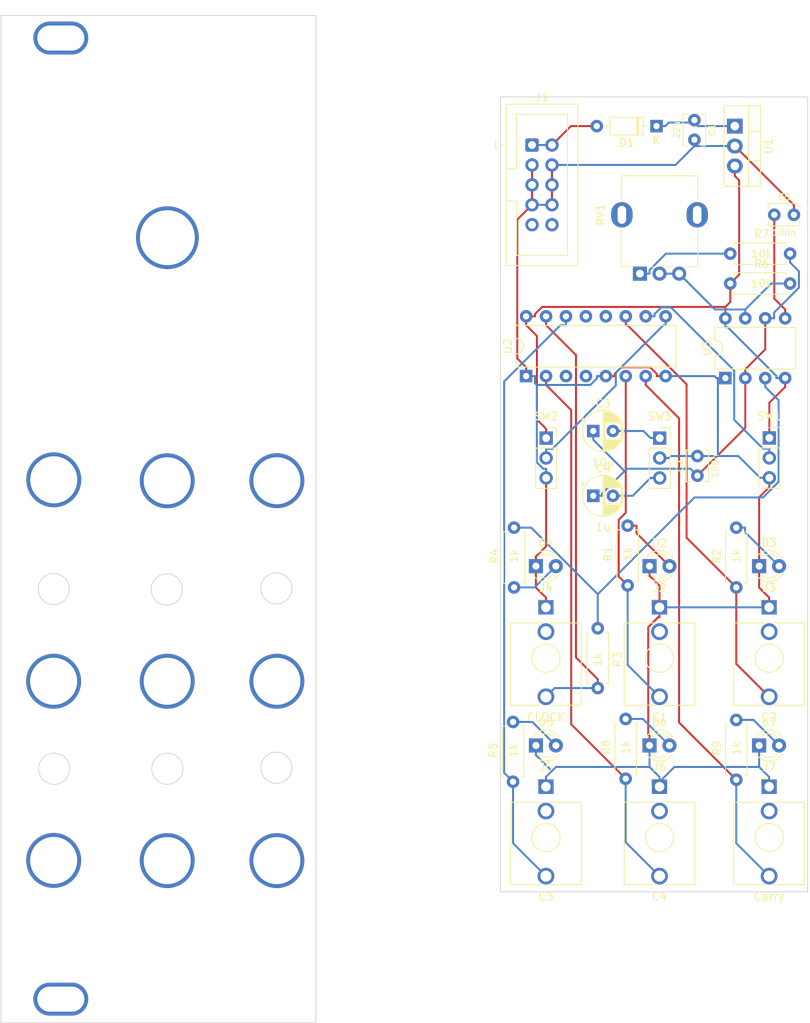
<source format=kicad_pcb>
(kicad_pcb (version 20211014) (generator pcbnew)
  (layers (0 "F.Cu" signal) (31 "B.Cu" signal) (34 "B.Paste" user) (35 "F.Paste" user) (36 "B.SilkS" user "B.Silkscreen") (37 "F.SilkS" user "F.Silkscreen") (38 "B.Mask" user) (39 "F.Mask" user) (44 "Edge.Cuts" user))
  (net 0 "")
  (net 1 "GND")
  (net 2 "Net-(C1-Pad1)")
  (net 3 "Net-(C2-Pad1)")
  (net 4 "Net-(C3-Pad2)")
  (net 5 "Net-(C4-Pad2)")
  (net 6 "Net-(C5-Pad1)")
  (net 7 "Net-(D1-Pad2)")
  (net 8 "Net-(D2-Pad2)")
  (net 9 "Net-(D3-Pad2)")
  (net 10 "Net-(D4-Pad2)")
  (net 11 "Net-(D5-Pad2)")
  (net 12 "Net-(D6-Pad2)")
  (net 13 "Net-(D7-Pad2)")
  (net 16 "Q1")
  (net 17 "Q2")
  (net 18 "CLOCK_OUT")
  (net 19 "Q3")
  (net 20 "Q4")
  (net 21 "CARRY")
  (net 22 "Net-(R3-Pad1)")
  (net 23 "Net-(R6-Pad2)")
  (net 24 "+5V")
  (net 25 "Net-(R7-Pad1)")
  (net 26 "Net-(SW1-Pad2)")
  (net 27 "Net-(SW2-Pad2)")
  (footprint "benjiaomodular:PanelHole_ToggleSwitch_MTS-101" (layer "F.Cu") (at 89.769 77.47)
    (fp_text reference "REF**")
    (fp_text value "PanelHole_ToggleSwitch_MTS-101" hide)
    (pad "" thru_hole circle locked (at 0 0 270) (size 7 7) (drill 6) (layers *.Cu *.Mask))
  )
  (footprint "benjiaomodular:Resistor_L6.3mm_D2.5mm_P7.62mm_Horizontal" (layer "F.Cu") (at 162.286 91.059 90)
    (fp_text reference "R2" (at 4 -2.5 90) (layer "F.SilkS"))
    (fp_text value "1k" (at 4 0 90) (layer "F.SilkS"))
    (pad "1" thru_hole circle locked (at 0 0 90) (size 1.6 1.6) (drill 0.8) (layers *.Cu *.Mask) (net 17 "Q2"))
    (pad "2" thru_hole oval locked (at 7.62 0 90) (size 1.6 1.6) (drill 0.8) (layers *.Cu *.Mask) (net 9 "Net-(D3-Pad2)"))
  )
  (footprint "Connector_PinSocket_2.54mm:PinSocket_1x03_P2.54mm_Vertical" (layer "F.Cu") (at 152.532 72.024)
    (fp_text reference "SW3" (at 0 -2.77) (layer "F.SilkS"))
    (fp_text value "SW_SPDT")
    (pad "1" thru_hole rect locked (at 0 0) (size 1.7 1.7) (drill 1) (layers *.Cu *.Mask) (net 4 "Net-(C3-Pad2)"))
    (pad "2" thru_hole oval locked (at 0 2.54) (size 1.7 1.7) (drill 1) (layers *.Cu *.Mask) (net 1 "GND"))
    (pad "3" thru_hole oval locked (at 0 5.08) (size 1.7 1.7) (drill 1) (layers *.Cu *.Mask) (net 5 "Net-(C4-Pad2)"))
  )
  (footprint "benjiaomodular:PanelHole_Potentiometer_RV09" (layer "F.Cu") (at 87.289 53.982 90)
    (fp_text reference "REF**" hide)
    (fp_text value "PanelHole_Potentiometer_RV09" hide)
    (pad "" thru_hole circle locked (at 7.5 2.5 180) (size 8 8) (drill 7) (layers *.Cu *.Mask))
  )
  (footprint "LED_THT:LED_D3.0mm" (layer "F.Cu") (at 136.759 111.205)
    (fp_text reference "D5" (at 1.27 -2.96) (layer "F.SilkS"))
    (fp_text value "C3_LED")
    (pad "1" thru_hole rect locked (at 0 0) (size 1.8 1.8) (drill 0.9) (layers *.Cu *.Mask) (net 1 "GND"))
    (pad "2" thru_hole circle locked (at 2.54 0) (size 1.8 1.8) (drill 0.9) (layers *.Cu *.Mask) (net 11 "Net-(D5-Pad2)"))
  )
  (footprint "benjiaomodular:Capacitor_Disc_D3.8mm_W2.6mm_P2.50mm" (layer "F.Cu") (at 157.333 76.815 90)
    (fp_text reference "C2" (at 1.25 -2.25 90) (layer "F.SilkS") (effects (font (size 0.8 0.8) (thickness 0.14))))
    (fp_text value "100n" (at 1.25 2.25 90) (layer "F.SilkS") (effects (font (size 0.8 0.8) (thickness 0.12))))
    (pad "1" thru_hole circle locked (at 0 0 90) (size 1.6 1.6) (drill 0.8) (layers *.Cu *.Mask) (net 3 "Net-(C2-Pad1)"))
    (pad "2" thru_hole circle locked (at 2.5 0 90) (size 1.6 1.6) (drill 0.8) (layers *.Cu *.Mask) (net 1 "GND"))
  )
  (footprint "LED_THT:LED_D3.0mm" (layer "F.Cu") (at 165.202 88.345)
    (fp_text reference "D3" (at 1.27 -2.96) (layer "F.SilkS"))
    (fp_text value "C2_LED")
    (pad "1" thru_hole rect locked (at 0 0) (size 1.8 1.8) (drill 0.9) (layers *.Cu *.Mask) (net 1 "GND"))
    (pad "2" thru_hole circle locked (at 2.54 0) (size 1.8 1.8) (drill 0.9) (layers *.Cu *.Mask) (net 9 "Net-(D3-Pad2)"))
  )
  (footprint "benjiaomodular:PanelHole_AudioJack_3.5mm" (layer "F.Cu") (at 75.291 96.52)
    (fp_text reference "REF**")
    (fp_text value "PanelHole_AudioJack_3.5mm" hide)
    (pad "" thru_hole circle locked (at 0 6.5 180) (size 7 7) (drill 6) (layers *.Cu *.Mask))
  )
  (footprint "benjiaomodular:Resistor_L6.3mm_D2.5mm_P7.62mm_Horizontal" (layer "F.Cu") (at 162.286 115.57 90)
    (fp_text reference "R9" (at 4 -2.5 90) (layer "F.SilkS"))
    (fp_text value "1k" (at 4 0 90) (layer "F.SilkS"))
    (pad "1" thru_hole circle locked (at 0 0 90) (size 1.6 1.6) (drill 0.8) (layers *.Cu *.Mask) (net 21 "CARRY"))
    (pad "2" thru_hole oval locked (at 7.62 0 90) (size 1.6 1.6) (drill 0.8) (layers *.Cu *.Mask) (net 13 "Net-(D7-Pad2)"))
  )
  (footprint "benjiaomodular:Capacitor_Disc_D3.8mm_W2.6mm_P2.50mm" (layer "F.Cu") (at 156.952 31.496 -90)
    (fp_text reference "C1" (at 1.25 -2.25 90) (layer "F.SilkS") (effects (font (size 0.8 0.8) (thickness 0.14))))
    (fp_text value "22u" (at 1.25 2.25 90) (layer "F.SilkS") (effects (font (size 0.8 0.8) (thickness 0.12))))
    (pad "1" thru_hole circle locked (at 0 0 270) (size 1.6 1.6) (drill 0.8) (layers *.Cu *.Mask) (net 2 "Net-(C1-Pad1)"))
    (pad "2" thru_hole circle locked (at 2.5 0 270) (size 1.6 1.6) (drill 0.8) (layers *.Cu *.Mask) (net 1 "GND"))
  )
  (footprint "benjiaomodular:AudioJack_3.5mm" (layer "F.Cu") (at 166.477 93.599)
    (fp_text reference "J3" (at 0 -2.5) (layer "F.SilkS"))
    (fp_text value "C2" (at 0 14) (layer "F.SilkS"))
    (pad "S" thru_hole rect locked (at 0 0 180) (size 1.93 1.83) (drill 1.22) (layers *.Cu *.Mask) (net 1 "GND"))
    (pad "T" thru_hole circle locked (at 0 11.4 180) (size 2.13 2.13) (drill 1.43) (layers *.Cu *.Mask) (net 17 "Q2"))
    (pad "TN" thru_hole circle locked (at 0 3.1 180) (size 2.13 2.13) (drill 1.42) (layers *.Cu *.Mask))
  )
  (footprint "Connector_PinSocket_2.54mm:PinSocket_1x03_P2.54mm_Vertical" (layer "F.Cu") (at 138.054 72.024)
    (fp_text reference "SW2" (at 0 -2.77) (layer "F.SilkS"))
    (fp_text value "SW_SPDT")
    (pad "1" thru_hole rect locked (at 0 0) (size 1.7 1.7) (drill 1) (layers *.Cu *.Mask) (net 24 "+5V"))
    (pad "2" thru_hole oval locked (at 0 2.54) (size 1.7 1.7) (drill 1) (layers *.Cu *.Mask) (net 27 "Net-(SW2-Pad2)"))
    (pad "3" thru_hole oval locked (at 0 5.08) (size 1.7 1.7) (drill 1) (layers *.Cu *.Mask) (net 1 "GND"))
  )
  (footprint "benjiaomodular:Potentiometer_RV09" (layer "F.Cu") (at 150.007 51.064 90)
    (fp_text reference "RV1" (at 7.5 -5 90) (layer "F.SilkS"))
    (fp_text value "250k")
    (pad "" thru_hole oval locked (at 7.5 7.3 180) (size 2.72 3.24) (drill oval 1.1 2.3) (layers *.Cu *.Mask))
    (pad "" thru_hole oval locked (at 7.5 -2.3 180) (size 2.72 3.24) (drill oval 1.1 2.3) (layers *.Cu *.Mask))
    (pad "1" thru_hole rect locked (at 0 0 180) (size 1.8 1.8) (drill 1) (layers *.Cu *.Mask) (net 25 "Net-(R7-Pad1)"))
    (pad "2" thru_hole circle locked (at 0 2.5 180) (size 1.8 1.8) (drill 1) (layers *.Cu *.Mask) (net 23 "Net-(R6-Pad2)"))
    (pad "3" thru_hole circle locked (at 0 5 180) (size 1.8 1.8) (drill 1) (layers *.Cu *.Mask) (net 23 "Net-(R6-Pad2)"))
  )
  (footprint "benjiaomodular:Resistor_L6.3mm_D2.5mm_P7.62mm_Horizontal" (layer "F.Cu") (at 161.524 48.514)
    (fp_text reference "R7" (at 4 -2.5) (layer "F.SilkS"))
    (fp_text value "10k" (at 4 0) (layer "F.SilkS"))
    (pad "1" thru_hole circle locked (at 0 0) (size 1.6 1.6) (drill 0.8) (layers *.Cu *.Mask) (net 25 "Net-(R7-Pad1)"))
    (pad "2" thru_hole oval locked (at 7.62 0) (size 1.6 1.6) (drill 0.8) (layers *.Cu *.Mask) (net 3 "Net-(C2-Pad1)"))
  )
  (footprint "benjiaomodular:Resistor_L6.3mm_D2.5mm_P7.62mm_Horizontal" (layer "F.Cu") (at 133.838 115.824 90)
    (fp_text reference "R5" (at 4 -2.5 90) (layer "F.SilkS"))
    (fp_text value "1k" (at 4 0 90) (layer "F.SilkS"))
    (pad "1" thru_hole circle locked (at 0 0 90) (size 1.6 1.6) (drill 0.8) (layers *.Cu *.Mask) (net 19 "Q3"))
    (pad "2" thru_hole oval locked (at 7.62 0 90) (size 1.6 1.6) (drill 0.8) (layers *.Cu *.Mask) (net 11 "Net-(D5-Pad2)"))
  )
  (footprint "benjiaomodular:Resistor_L6.3mm_D2.5mm_P7.62mm_Horizontal" (layer "F.Cu") (at 161.524 52.324)
    (fp_text reference "R6" (at 4 -2.5) (layer "F.SilkS"))
    (fp_text value "10k" (at 4 0) (layer "F.SilkS"))
    (pad "1" thru_hole circle locked (at 0 0) (size 1.6 1.6) (drill 0.8) (layers *.Cu *.Mask) (net 24 "+5V"))
    (pad "2" thru_hole oval locked (at 7.62 0) (size 1.6 1.6) (drill 0.8) (layers *.Cu *.Mask) (net 23 "Net-(R6-Pad2)"))
  )
  (footprint "LED_THT:LED_D3.0mm" (layer "F.Cu") (at 151.232 88.345)
    (fp_text reference "D2" (at 1.27 -2.96) (layer "F.SilkS"))
    (fp_text value "C1_LED")
    (pad "1" thru_hole rect locked (at 0 0) (size 1.8 1.8) (drill 0.9) (layers *.Cu *.Mask) (net 1 "GND"))
    (pad "2" thru_hole circle locked (at 2.54 0) (size 1.8 1.8) (drill 0.9) (layers *.Cu *.Mask) (net 8 "Net-(D2-Pad2)"))
  )
  (footprint "benjiaomodular:AudioJack_3.5mm" (layer "F.Cu") (at 138.029 93.599)
    (fp_text reference "J4" (at 0 -2.5) (layer "F.SilkS"))
    (fp_text value "CLOCK" (at 0 14) (layer "F.SilkS"))
    (pad "S" thru_hole rect locked (at 0 0 180) (size 1.93 1.83) (drill 1.22) (layers *.Cu *.Mask) (net 1 "GND"))
    (pad "T" thru_hole circle locked (at 0 11.4 180) (size 2.13 2.13) (drill 1.43) (layers *.Cu *.Mask) (net 18 "CLOCK_OUT"))
    (pad "TN" thru_hole circle locked (at 0 3.1 180) (size 2.13 2.13) (drill 1.42) (layers *.Cu *.Mask))
  )
  (footprint "benjiaomodular:AudioJack_3.5mm" (layer "F.Cu") (at 166.477 116.459)
    (fp_text reference "J7" (at 0 -2.5) (layer "F.SilkS"))
    (fp_text value "Carry" (at 0 14) (layer "F.SilkS"))
    (pad "S" thru_hole rect locked (at 0 0 180) (size 1.93 1.83) (drill 1.22) (layers *.Cu *.Mask) (net 1 "GND"))
    (pad "T" thru_hole circle locked (at 0 11.4 180) (size 2.13 2.13) (drill 1.43) (layers *.Cu *.Mask) (net 21 "CARRY"))
    (pad "TN" thru_hole circle locked (at 0 3.1 180) (size 2.13 2.13) (drill 1.42) (layers *.Cu *.Mask))
  )
  (footprint "benjiaomodular:PanelHole_ToggleSwitch_MTS-101" (layer "F.Cu") (at 103.739 77.455)
    (fp_text reference "REF**")
    (fp_text value "PanelHole_ToggleSwitch_MTS-101" hide)
    (pad "" thru_hole circle locked (at 0 0 270) (size 7 7) (drill 6) (layers *.Cu *.Mask))
  )
  (footprint "Package_DIP:DIP-16_W7.62mm" (layer "F.Cu") (at 135.504 64.125 90)
    (fp_text reference "U2" (at 3.81 -2.33 90) (layer "F.SilkS"))
    (fp_text value "4029")
    (pad "1" thru_hole rect locked (at 0 0 90) (size 1.6 1.6) (drill 0.8) (layers *.Cu *.Mask) (net 1 "GND"))
    (pad "2" thru_hole oval locked (at 0 2.54 90) (size 1.6 1.6) (drill 0.8) (layers *.Cu *.Mask) (net 20 "Q4"))
    (pad "3" thru_hole oval locked (at 0 5.08 90) (size 1.6 1.6) (drill 0.8) (layers *.Cu *.Mask))
    (pad "4" thru_hole oval locked (at 0 7.62 90) (size 1.6 1.6) (drill 0.8) (layers *.Cu *.Mask))
    (pad "5" thru_hole oval locked (at 0 10.16 90) (size 1.6 1.6) (drill 0.8) (layers *.Cu *.Mask) (net 1 "GND"))
    (pad "6" thru_hole oval locked (at 0 12.7 90) (size 1.6 1.6) (drill 0.8) (layers *.Cu *.Mask) (net 16 "Q1"))
    (pad "7" thru_hole oval locked (at 0 15.24 90) (size 1.6 1.6) (drill 0.8) (layers *.Cu *.Mask) (net 21 "CARRY"))
    (pad "8" thru_hole oval locked (at 0 17.78 90) (size 1.6 1.6) (drill 0.8) (layers *.Cu *.Mask) (net 1 "GND"))
    (pad "9" thru_hole oval locked (at 7.62 17.78 90) (size 1.6 1.6) (drill 0.8) (layers *.Cu *.Mask) (net 27 "Net-(SW2-Pad2)"))
    (pad "10" thru_hole oval locked (at 7.62 15.24 90) (size 1.6 1.6) (drill 0.8) (layers *.Cu *.Mask) (net 26 "Net-(SW1-Pad2)"))
    (pad "11" thru_hole oval locked (at 7.62 12.7 90) (size 1.6 1.6) (drill 0.8) (layers *.Cu *.Mask) (net 17 "Q2"))
    (pad "12" thru_hole oval locked (at 7.62 10.16 90) (size 1.6 1.6) (drill 0.8) (layers *.Cu *.Mask))
    (pad "13" thru_hole oval locked (at 7.62 7.62 90) (size 1.6 1.6) (drill 0.8) (layers *.Cu *.Mask))
    (pad "14" thru_hole oval locked (at 7.62 5.08 90) (size 1.6 1.6) (drill 0.8) (layers *.Cu *.Mask) (net 19 "Q3"))
    (pad "15" thru_hole oval locked (at 7.62 2.54 90) (size 1.6 1.6) (drill 0.8) (layers *.Cu *.Mask) (net 18 "CLOCK_OUT"))
    (pad "16" thru_hole oval locked (at 7.62 0 90) (size 1.6 1.6) (drill 0.8) (layers *.Cu *.Mask) (net 24 "+5V"))
  )
  (footprint "Package_DIP:DIP-8_W7.62mm" (layer "F.Cu") (at 160.899 64.379 90)
    (fp_text reference "U3" (at 3.81 -2.33 90) (layer "F.SilkS"))
    (fp_text value "ICM7555")
    (pad "1" thru_hole rect locked (at 0 0 90) (size 1.6 1.6) (drill 0.8) (layers *.Cu *.Mask) (net 1 "GND"))
    (pad "2" thru_hole oval locked (at 0 2.54 90) (size 1.6 1.6) (drill 0.8) (layers *.Cu *.Mask) (net 3 "Net-(C2-Pad1)"))
    (pad "3" thru_hole oval locked (at 0 5.08 90) (size 1.6 1.6) (drill 0.8) (layers *.Cu *.Mask) (net 22 "Net-(R3-Pad1)"))
    (pad "4" thru_hole oval locked (at 0 7.62 90) (size 1.6 1.6) (drill 0.8) (layers *.Cu *.Mask) (net 24 "+5V"))
    (pad "5" thru_hole oval locked (at 7.62 7.62 90) (size 1.6 1.6) (drill 0.8) (layers *.Cu *.Mask) (net 6 "Net-(C5-Pad1)"))
    (pad "6" thru_hole oval locked (at 7.62 5.08 90) (size 1.6 1.6) (drill 0.8) (layers *.Cu *.Mask) (net 3 "Net-(C2-Pad1)"))
    (pad "7" thru_hole oval locked (at 7.62 2.54 90) (size 1.6 1.6) (drill 0.8) (layers *.Cu *.Mask) (net 23 "Net-(R6-Pad2)"))
    (pad "8" thru_hole oval locked (at 7.62 0 90) (size 1.6 1.6) (drill 0.8) (layers *.Cu *.Mask) (net 24 "+5V"))
  )
  (footprint "Diode_THT:D_DO-35_SOD27_P7.62mm_Horizontal" (layer "F.Cu") (at 152.126 32.258 180)
    (fp_text reference "D1" (at 3.81 -2.12) (layer "F.SilkS"))
    (fp_text value "BAT85")
    (fp_text user "K" (at 0 -1.8) (layer "F.SilkS"))
    (pad "1" thru_hole rect locked (at 0 0 180) (size 1.6 1.6) (drill 0.8) (layers *.Cu *.Mask) (net 2 "Net-(C1-Pad1)"))
    (pad "2" thru_hole oval locked (at 7.62 0 180) (size 1.6 1.6) (drill 0.8) (layers *.Cu *.Mask) (net 7 "Net-(D1-Pad2)"))
  )
  (footprint "benjiaomodular:PanelHole_ToggleSwitch_MTS-101" (layer "F.Cu") (at 75.311 77.343)
    (fp_text reference "REF**")
    (fp_text value "PanelHole_ToggleSwitch_MTS-101" hide)
    (pad "" thru_hole circle locked (at 0 0 270) (size 7 7) (drill 6) (layers *.Cu *.Mask))
  )
  (footprint "benjiaomodular:PanelHole_AudioJack_3.5mm" (layer "F.Cu") (at 103.739 119.38)
    (fp_text reference "REF**")
    (fp_text value "PanelHole_AudioJack_3.5mm" hide)
    (pad "" thru_hole circle locked (at 0 6.5 180) (size 7 7) (drill 6) (layers *.Cu *.Mask))
  )
  (footprint "benjiaomodular:Resistor_L6.3mm_D2.5mm_P7.62mm_Horizontal" (layer "F.Cu") (at 148.189 115.443 90)
    (fp_text reference "R8" (at 4 -2.5 90) (layer "F.SilkS"))
    (fp_text value "1k" (at 4 0 90) (layer "F.SilkS"))
    (pad "1" thru_hole circle locked (at 0 0 90) (size 1.6 1.6) (drill 0.8) (layers *.Cu *.Mask) (net 20 "Q4"))
    (pad "2" thru_hole oval locked (at 7.62 0 90) (size 1.6 1.6) (drill 0.8) (layers *.Cu *.Mask) (net 12 "Net-(D6-Pad2)"))
  )
  (footprint "benjiaomodular:PanelHole_AudioJack_3.5mm" (layer "F.Cu") (at 89.769 96.52)
    (fp_text reference "REF**")
    (fp_text value "PanelHole_AudioJack_3.5mm" hide)
    (pad "" thru_hole circle locked (at 0 6.5 180) (size 7 7) (drill 6) (layers *.Cu *.Mask))
  )
  (footprint "benjiaomodular:AudioJack_3.5mm" (layer "F.Cu") (at 152.507 116.459)
    (fp_text reference "J6" (at 0 -2.5) (layer "F.SilkS"))
    (fp_text value "C4" (at 0 14) (layer "F.SilkS"))
    (pad "S" thru_hole rect locked (at 0 0 180) (size 1.93 1.83) (drill 1.22) (layers *.Cu *.Mask) (net 1 "GND"))
    (pad "T" thru_hole circle locked (at 0 11.4 180) (size 2.13 2.13) (drill 1.43) (layers *.Cu *.Mask) (net 20 "Q4"))
    (pad "TN" thru_hole circle locked (at 0 3.1 180) (size 2.13 2.13) (drill 1.42) (layers *.Cu *.Mask))
  )
  (footprint "benjiaomodular:Resistor_L6.3mm_D2.5mm_P7.62mm_Horizontal" (layer "F.Cu") (at 144.633 96.266 -90)
    (fp_text reference "R3" (at 4 -2.5 90) (layer "F.SilkS"))
    (fp_text value "1k" (at 4 0 90) (layer "F.SilkS"))
    (pad "1" thru_hole circle locked (at 0 0 270) (size 1.6 1.6) (drill 0.8) (layers *.Cu *.Mask) (net 22 "Net-(R3-Pad1)"))
    (pad "2" thru_hole oval locked (at 7.62 0 270) (size 1.6 1.6) (drill 0.8) (layers *.Cu *.Mask) (net 18 "CLOCK_OUT"))
  )
  (footprint "benjiaomodular:PanelHole_AudioJack_3.5mm" (layer "F.Cu") (at 75.296 119.357)
    (fp_text reference "REF**")
    (fp_text value "e" hide)
    (pad "" thru_hole circle locked (at 0 6.5 180) (size 7 7) (drill 6) (layers *.Cu *.Mask))
  )
  (footprint "Package_TO_SOT_THT:TO-220-3_Vertical" (layer "F.Cu") (at 162.103 32.258 -90)
    (fp_text reference "U1" (at 2.54 -4.27 90) (layer "F.SilkS"))
    (fp_text value "L7805")
    (pad "1" thru_hole rect locked (at 0 0 270) (size 1.905 2) (drill 1.1) (layers *.Cu *.Mask) (net 2 "Net-(C1-Pad1)"))
    (pad "2" thru_hole oval locked (at 2.54 0 270) (size 1.905 2) (drill 1.1) (layers *.Cu *.Mask) (net 1 "GND"))
    (pad "3" thru_hole oval locked (at 5.08 0 270) (size 1.905 2) (drill 1.1) (layers *.Cu *.Mask) (net 24 "+5V"))
  )
  (footprint "benjiaomodular:Panel_8HP" (layer "F.Cu") (at 68.707 18.034)
    (fp_text reference "REF**")
    (fp_text value "Panel_8HP")
    (pad "" thru_hole oval locked (at 7.5 125.5) (size 7 4.2) (drill oval 6 3.2) (layers *.Cu *.Mask))
    (pad "" thru_hole oval locked (at 7.5 3) (size 7 4.2) (drill oval 6 3.2) (layers *.Cu *.Mask))
  )
  (footprint "benjiaomodular:Capacitor_Radial_D5.0mm_P2.5mm" (layer "F.Cu") (at 144.0629 71.12)
    (fp_text reference "C3" (at 1.25 -3.5) (layer "F.SilkS"))
    (fp_text value "10u" (at 1.25 4) (layer "F.SilkS"))
    (pad "1" thru_hole rect locked (at 0 0) (size 1.6 1.6) (drill 0.8) (layers *.Cu *.Mask) (net 3 "Net-(C2-Pad1)"))
    (pad "2" thru_hole circle locked (at 2.5 0) (size 1.6 1.6) (drill 0.8) (layers *.Cu *.Mask) (net 4 "Net-(C3-Pad2)"))
  )
  (footprint "LED_THT:LED_D3.0mm" (layer "F.Cu") (at 136.754 88.345)
    (fp_text reference "D4" (at 1.27 -2.96) (layer "F.SilkS"))
    (fp_text value "CL_LED")
    (pad "1" thru_hole rect locked (at 0 0) (size 1.8 1.8) (drill 0.9) (layers *.Cu *.Mask) (net 1 "GND"))
    (pad "2" thru_hole circle locked (at 2.54 0) (size 1.8 1.8) (drill 0.9) (layers *.Cu *.Mask) (net 10 "Net-(D4-Pad2)"))
  )
  (footprint "benjiaomodular:PanelHole_AudioJack_3.5mm" (layer "F.Cu") (at 89.769 119.38)
    (fp_text reference "REF**")
    (fp_text value "PanelHole_AudioJack_3.5mm" hide)
    (pad "" thru_hole circle locked (at 0 6.5 180) (size 7 7) (drill 6) (layers *.Cu *.Mask))
  )
  (footprint "benjiaomodular:AudioJack_3.5mm" (layer "F.Cu") (at 138.034 116.459)
    (fp_text reference "J5" (at 0 -2.5) (layer "F.SilkS"))
    (fp_text value "C3" (at 0 14) (layer "F.SilkS"))
    (pad "S" thru_hole rect locked (at 0 0 180) (size 1.93 1.83) (drill 1.22) (layers *.Cu *.Mask) (net 1 "GND"))
    (pad "T" thru_hole circle locked (at 0 11.4 180) (size 2.13 2.13) (drill 1.43) (layers *.Cu *.Mask) (net 19 "Q3"))
    (pad "TN" thru_hole circle locked (at 0 3.1 180) (size 2.13 2.13) (drill 1.42) (layers *.Cu *.Mask))
  )
  (footprint "benjiaomodular:Resistor_L6.3mm_D2.5mm_P7.62mm_Horizontal" (layer "F.Cu") (at 133.965 91.059 90)
    (fp_text reference "R4" (at 4 -2.5 90) (layer "F.SilkS"))
    (fp_text value "1k" (at 4 0 90) (layer "F.SilkS"))
    (pad "1" thru_hole circle locked (at 0 0 90) (size 1.6 1.6) (drill 0.8) (layers *.Cu *.Mask) (net 10 "Net-(D4-Pad2)"))
    (pad "2" thru_hole oval locked (at 7.62 0 90) (size 1.6 1.6) (drill 0.8) (layers *.Cu *.Mask) (net 22 "Net-(R3-Pad1)"))
  )
  (footprint "Connector_PinSocket_2.54mm:PinSocket_1x03_P2.54mm_Vertical" (layer "F.Cu") (at 166.502 72.009)
    (fp_text reference "SW1" (at 0 -2.77) (layer "F.SilkS"))
    (fp_text value "SW_SPDT")
    (pad "1" thru_hole rect locked (at 0 0) (size 1.7 1.7) (drill 1) (layers *.Cu *.Mask) (net 24 "+5V"))
    (pad "2" thru_hole oval locked (at 0 2.54) (size 1.7 1.7) (drill 1) (layers *.Cu *.Mask) (net 26 "Net-(SW1-Pad2)"))
    (pad "3" thru_hole oval locked (at 0 5.08) (size 1.7 1.7) (drill 1) (layers *.Cu *.Mask) (net 1 "GND"))
  )
  (footprint "benjiaomodular:PanelHole_AudioJack_3.5mm" (layer "F.Cu") (at 103.739 96.52)
    (fp_text reference "REF**")
    (fp_text value "PanelHole_AudioJack_3.5mm" hide)
    (pad "" thru_hole circle locked (at 0 6.5 180) (size 7 7) (drill 6) (layers *.Cu *.Mask))
  )
  (footprint "LED_THT:LED_D3.0mm" (layer "F.Cu") (at 151.232 111.205)
    (fp_text reference "D6" (at 1.27 -2.96) (layer "F.SilkS"))
    (fp_text value "C4_LED")
    (pad "1" thru_hole rect locked (at 0 0) (size 1.8 1.8) (drill 0.9) (layers *.Cu *.Mask) (net 1 "GND"))
    (pad "2" thru_hole circle locked (at 2.54 0) (size 1.8 1.8) (drill 0.9) (layers *.Cu *.Mask) (net 12 "Net-(D6-Pad2)"))
  )
  (footprint "benjiaomodular:AudioJack_3.5mm" (layer "F.Cu") (at 152.507 93.599)
    (fp_text reference "J2" (at 0 -2.5) (layer "F.SilkS"))
    (fp_text value "C1" (at 0 14) (layer "F.SilkS"))
    (pad "S" thru_hole rect locked (at 0 0 180) (size 1.93 1.83) (drill 1.22) (layers *.Cu *.Mask) (net 1 "GND"))
    (pad "T" thru_hole circle locked (at 0 11.4 180) (size 2.13 2.13) (drill 1.43) (layers *.Cu *.Mask) (net 16 "Q1"))
    (pad "TN" thru_hole circle locked (at 0 3.1 180) (size 2.13 2.13) (drill 1.42) (layers *.Cu *.Mask))
  )
  (footprint "benjiaomodular:Capacitor_Disc_D3.8mm_W2.6mm_P2.50mm" (layer "F.Cu") (at 167.132 43.561)
    (fp_text reference "C5" (at 1.25 -2.25) (layer "F.SilkS") (effects (font (size 0.8 0.8) (thickness 0.14))))
    (fp_text value "100n" (at 1.25 2.25) (layer "F.SilkS") (effects (font (size 0.8 0.8) (thickness 0.12))))
    (pad "1" thru_hole circle locked (at 0 0) (size 1.6 1.6) (drill 0.8) (layers *.Cu *.Mask) (net 6 "Net-(C5-Pad1)"))
    (pad "2" thru_hole circle locked (at 2.5 0) (size 1.6 1.6) (drill 0.8) (layers *.Cu *.Mask) (net 1 "GND"))
  )
  (footprint "benjiaomodular:Capacitor_Radial_D5.0mm_P2.5mm" (layer "F.Cu") (at 144.0629 79.375)
    (fp_text reference "C4" (at 1.25 -3.5) (layer "F.SilkS"))
    (fp_text value "1u" (at 1.25 4) (layer "F.SilkS"))
    (pad "1" thru_hole rect locked (at 0 0) (size 1.6 1.6) (drill 0.8) (layers *.Cu *.Mask) (net 3 "Net-(C2-Pad1)"))
    (pad "2" thru_hole circle locked (at 2.5 0) (size 1.6 1.6) (drill 0.8) (layers *.Cu *.Mask) (net 5 "Net-(C4-Pad2)"))
  )
  (footprint "LED_THT:LED_D3.0mm" (layer "F.Cu") (at 165.202 111.205)
    (fp_text reference "D7" (at 1.27 -2.96) (layer "F.SilkS"))
    (fp_text value "CARRY_LED")
    (pad "1" thru_hole rect locked (at 0 0) (size 1.8 1.8) (drill 0.9) (layers *.Cu *.Mask) (net 1 "GND"))
    (pad "2" thru_hole circle locked (at 2.54 0) (size 1.8 1.8) (drill 0.9) (layers *.Cu *.Mask) (net 13 "Net-(D7-Pad2)"))
  )
  (footprint "benjiaomodular:Resistor_L6.3mm_D2.5mm_P7.62mm_Horizontal" (layer "F.Cu") (at 148.443 90.805 90)
    (fp_text reference "R1" (at 4 -2.5 90) (layer "F.SilkS"))
    (fp_text value "1k" (at 4 0 90) (layer "F.SilkS"))
    (pad "1" thru_hole circle locked (at 0 0 90) (size 1.6 1.6) (drill 0.8) (layers *.Cu *.Mask) (net 16 "Q1"))
    (pad "2" thru_hole oval locked (at 7.62 0 90) (size 1.6 1.6) (drill 0.8) (layers *.Cu *.Mask) (net 8 "Net-(D2-Pad2)"))
  )
  (footprint "Connector_IDC:IDC-Header_2x05_P2.54mm_Vertical" (layer "F.Cu") (at 136.2605 34.671)
    (fp_text reference "J1" (at 1.27 -6.1) (layer "F.SilkS"))
    (fp_text value "Conn_02x05_Top_Bottom")
    (pad "1" thru_hole roundrect locked (at 0 0) (size 1.7 1.7) (drill 1) (layers *.Cu *.Mask) (roundrect_rratio 0.147059) (net 7 "Net-(D1-Pad2)"))
    (pad "2" thru_hole circle locked (at 2.54 0) (size 1.7 1.7) (drill 1) (layers *.Cu *.Mask) (net 7 "Net-(D1-Pad2)"))
    (pad "3" thru_hole circle locked (at 0 2.54) (size 1.7 1.7) (drill 1) (layers *.Cu *.Mask) (net 1 "GND"))
    (pad "4" thru_hole circle locked (at 2.54 2.54) (size 1.7 1.7) (drill 1) (layers *.Cu *.Mask) (net 1 "GND"))
    (pad "5" thru_hole circle locked (at 0 5.08) (size 1.7 1.7) (drill 1) (layers *.Cu *.Mask) (net 1 "GND"))
    (pad "6" thru_hole circle locked (at 2.54 5.08) (size 1.7 1.7) (drill 1) (layers *.Cu *.Mask) (net 1 "GND"))
    (pad "7" thru_hole circle locked (at 0 7.62) (size 1.7 1.7) (drill 1) (layers *.Cu *.Mask) (net 1 "GND"))
    (pad "8" thru_hole circle locked (at 2.54 7.62) (size 1.7 1.7) (drill 1) (layers *.Cu *.Mask) (net 1 "GND"))
    (pad "9" thru_hole circle locked (at 0 10.16) (size 1.7 1.7) (drill 1) (layers *.Cu *.Mask))
    (pad "10" thru_hole circle locked (at 2.54 10.16) (size 1.7 1.7) (drill 1) (layers *.Cu *.Mask))
  )
  (gr_rect locked (start 132.23 28.537) (end 171.387 129.859) (layer "Edge.Cuts") (width 0.1) (fill none))
  (gr_circle (center 89.789 114.173) (end 90.678 115.951) (layer "Edge.Cuts") (width 0.1) (fill none))
  (gr_circle (center 103.676136 91.186) (end 104.565136 92.964) (layer "Edge.Cuts") (width 0.1) (fill none))
  (gr_rect (start 68.58 18.161) (end 108.712 146.558) (layer "Edge.Cuts") (width 0.1) (fill none))
  (gr_circle (center 75.311 91.268864) (end 76.2 93.046864) (layer "Edge.Cuts") (width 0.1) (fill none))
  (gr_circle (center 89.706136 91.313) (end 90.595136 93.091) (layer "Edge.Cuts") (width 0.1) (fill none))
  (gr_circle (center 103.676136 114.046) (end 104.565136 115.824) (layer "Edge.Cuts") (width 0.1) (fill none))
  (gr_circle (center 75.355136 114.173) (end 76.244136 115.951) (layer "Edge.Cuts") (width 0.1) (fill none))
  (segment locked (start 151.232 88.345) (end 151.232 89.5703) (width 0.25) (layer "F.Cu") (net 1))
  (segment locked (start 136.754 91.0837) (end 138.029 92.3587) (width 0.25) (layer "F.Cu") (net 1))
  (segment locked (start 134.3787 44.1728) (end 134.3787 61.8744) (width 0.25) (layer "F.Cu") (net 1))
  (segment locked (start 162.103 34.798) (end 169.632 42.327) (width 0.25) (layer "F.Cu") (net 1))
  (segment locked (start 165.202 88.345) (end 165.202 79.5643) (width 0.25) (layer "F.Cu") (net 1))
  (segment locked (start 166.502 77.089) (end 166.502 78.2643) (width 0.25) (layer "F.Cu") (net 1))
  (segment locked (start 151.3147 62.9997) (end 147.6332 62.9997) (width 0.25) (layer "F.Cu") (net 1))
  (segment locked (start 136.2605 42.291) (end 136.2605 39.751) (width 0.25) (layer "F.Cu") (net 1))
  (segment locked (start 169.632 42.327) (end 169.632 43.561) (width 0.25) (layer "F.Cu") (net 1))
  (segment locked (start 135.504 64.125) (end 135.504 62.9997) (width 0.25) (layer "F.Cu") (net 1))
  (segment locked (start 151.232 111.205) (end 151.232 109.9797) (width 0.25) (layer "F.Cu") (net 1))
  (segment locked (start 136.2605 39.751) (end 136.2605 37.211) (width 0.25) (layer "F.Cu") (net 1))
  (segment locked (start 152.507 90.8453) (end 151.232 89.5703) (width 0.25) (layer "F.Cu") (net 1))
  (segment locked (start 134.3787 61.8744) (end 135.504 62.9997) (width 0.25) (layer "F.Cu") (net 1))
  (segment locked (start 165.202 79.5643) (end 166.502 78.2643) (width 0.25) (layer "F.Cu") (net 1))
  (segment locked (start 152.1587 64.125) (end 152.1587 63.8437) (width 0.25) (layer "F.Cu") (net 1))
  (segment locked (start 152.352 94.8393) (end 152.507 94.8393) (width 0.25) (layer "F.Cu") (net 1))
  (segment locked (start 166.477 93.599) (end 166.477 92.3587) (width 0.25) (layer "F.Cu") (net 1))
  (segment locked (start 151.069 109.8167) (end 151.069 96.1223) (width 0.25) (layer "F.Cu") (net 1))
  (segment locked (start 136.754 88.345) (end 136.754 87.1197) (width 0.25) (layer "F.Cu") (net 1))
  (segment locked (start 147.6332 62.9997) (end 146.7893 63.8436) (width 0.25) (layer "F.Cu") (net 1))
  (segment locked (start 166.477 92.3587) (end 165.202 91.0837) (width 0.25) (layer "F.Cu") (net 1))
  (segment locked (start 151.232 109.9797) (end 151.069 109.8167) (width 0.25) (layer "F.Cu") (net 1))
  (segment locked (start 152.507 93.599) (end 152.507 94.8393) (width 0.25) (layer "F.Cu") (net 1))
  (segment locked (start 138.054 85.8197) (end 136.754 87.1197) (width 0.25) (layer "F.Cu") (net 1))
  (segment locked (start 145.664 64.125) (end 146.7893 64.125) (width 0.25) (layer "F.Cu") (net 1))
  (segment locked (start 138.029 93.599) (end 138.029 92.3587) (width 0.25) (layer "F.Cu") (net 1))
  (segment locked (start 152.1587 63.8437) (end 151.3147 62.9997) (width 0.25) (layer "F.Cu") (net 1))
  (segment locked (start 152.507 93.599) (end 152.507 90.8453) (width 0.25) (layer "F.Cu") (net 1))
  (segment locked (start 136.754 88.345) (end 136.754 91.0837) (width 0.25) (layer "F.Cu") (net 1))
  (segment locked (start 138.054 77.104) (end 138.054 85.8197) (width 0.25) (layer "F.Cu") (net 1))
  (segment locked (start 153.284 64.125) (end 152.1587 64.125) (width 0.25) (layer "F.Cu") (net 1))
  (segment locked (start 136.2605 42.291) (end 134.3787 44.1728) (width 0.25) (layer "F.Cu") (net 1))
  (segment locked (start 138.8005 42.291) (end 138.8005 39.751) (width 0.25) (layer "F.Cu") (net 1))
  (segment locked (start 138.8005 39.751) (end 138.8005 37.211) (width 0.25) (layer "F.Cu") (net 1))
  (segment locked (start 146.7893 63.8436) (end 146.7893 64.125) (width 0.25) (layer "F.Cu") (net 1))
  (segment locked (start 165.202 91.0837) (end 165.202 88.345) (width 0.25) (layer "F.Cu") (net 1))
  (segment locked (start 151.069 96.1223) (end 152.352 94.8393) (width 0.25) (layer "F.Cu") (net 1))
  (segment locked (start 152.532 74.564) (end 153.7073 74.564) (width 0.25) (layer "B.Cu") (net 1))
  (segment locked (start 157.333 74.315) (end 153.9563 74.315) (width 0.25) (layer "B.Cu") (net 1))
  (segment locked (start 165.202 111.205) (end 165.202 113.9437) (width 0.25) (layer "B.Cu") (net 1))
  (segment locked (start 138.034 116.459) (end 138.034 115.2187) (width 0.25) (layer "B.Cu") (net 1))
  (segment locked (start 138.7907 114.462) (end 138.034 115.2187) (width 0.25) (layer "B.Cu") (net 1))
  (segment locked (start 152.507 93.599) (end 166.477 93.599) (width 0.25) (layer "B.Cu") (net 1))
  (segment locked (start 166.502 77.089) (end 165.3267 77.089) (width 0.25) (layer "B.Cu") (net 1))
  (segment locked (start 162.103 34.798) (end 160.7777 34.798) (width 0.25) (layer "B.Cu") (net 1))
  (segment locked (start 136.6293 64.125) (end 136.6293 65.013) (width 0.25) (layer "B.Cu") (net 1))
  (segment locked (start 154.539 37.211) (end 156.952 34.798) (width 0.25) (layer "B.Cu") (net 1))
  (segment locked (start 137.6867 75.9287) (end 138.054 75.9287) (width 0.25) (layer "B.Cu") (net 1))
  (segment locked (start 154.4021 113.9437) (end 165.202 113.9437) (width 0.25) (layer "B.Cu") (net 1))
  (segment locked (start 138.054 77.104) (end 138.054 75.9287) (width 0.25) (layer "B.Cu") (net 1))
  (segment locked (start 151.232 113.9437) (end 152.507 115.2187) (width 0.25) (layer "B.Cu") (net 1))
  (segment locked (start 136.6293 65.013) (end 136.8666 65.2503) (width 0.25) (layer "B.Cu") (net 1))
  (segment locked (start 152.507 116.459) (end 152.507 115.8388) (width 0.25) (layer "B.Cu") (net 1))
  (segment locked (start 136.8666 65.2503) (end 143.6948 65.2503) (width 0.25) (layer "B.Cu") (net 1))
  (segment locked (start 136.8666 75.1086) (end 137.6867 75.9287) (width 0.25) (layer "B.Cu") (net 1))
  (segment locked (start 138.8005 37.211) (end 154.539 37.211) (width 0.25) (layer "B.Cu") (net 1))
  (segment locked (start 151.232 113.9437) (end 139.309 113.9437) (width 0.25) (layer "B.Cu") (net 1))
  (segment locked (start 156.952 34.798) (end 160.7777 34.798) (width 0.25) (layer "B.Cu") (net 1))
  (segment locked (start 166.477 116.459) (end 166.477 115.2187) (width 0.25) (layer "B.Cu") (net 1))
  (segment locked (start 139.309 113.9437) (end 138.7907 114.462) (width 0.25) (layer "B.Cu") (net 1))
  (segment locked (start 152.507 115.8388) (end 154.4021 113.9437) (width 0.25) (layer "B.Cu") (net 1))
  (segment locked (start 159.9429 74.315) (end 157.333 74.315) (width 0.25) (layer "B.Cu") (net 1))
  (segment locked (start 136.8666 65.2503) (end 136.8666 75.1086) (width 0.25) (layer "B.Cu") (net 1))
  (segment locked (start 144.5387 64.4064) (end 144.5387 64.125) (width 0.25) (layer "B.Cu") (net 1))
  (segment locked (start 135.504 64.125) (end 136.6293 64.125) (width 0.25) (layer "B.Cu") (net 1))
  (segment locked (start 159.9429 74.315) (end 159.9429 64.379) (width 0.25) (layer "B.Cu") (net 1))
  (segment locked (start 152.507 115.8388) (end 152.507 115.2187) (width 0.25) (layer "B.Cu") (net 1))
  (segment locked (start 165.202 113.9437) (end 166.477 115.2187) (width 0.25) (layer "B.Cu") (net 1))
  (segment locked (start 143.6948 65.2503) (end 144.5387 64.4064) (width 0.25) (layer "B.Cu") (net 1))
  (segment locked (start 138.8005 42.291) (end 136.2605 42.291) (width 0.25) (layer "B.Cu") (net 1))
  (segment locked (start 153.9563 74.315) (end 153.7073 74.564) (width 0.25) (layer "B.Cu") (net 1))
  (segment locked (start 145.664 64.125) (end 144.5387 64.125) (width 0.25) (layer "B.Cu") (net 1))
  (segment locked (start 159.5197 64.125) (end 159.7737 64.379) (width 0.25) (layer "B.Cu") (net 1))
  (segment locked (start 156.952 34.798) (end 156.952 33.996) (width 0.25) (layer "B.Cu") (net 1))
  (segment locked (start 151.232 111.205) (end 151.232 113.9437) (width 0.25) (layer "B.Cu") (net 1))
  (segment locked (start 138.7907 114.462) (end 136.759 112.4303) (width 0.25) (layer "B.Cu") (net 1))
  (segment locked (start 159.9429 64.379) (end 159.7737 64.379) (width 0.25) (layer "B.Cu") (net 1))
  (segment locked (start 136.759 111.205) (end 136.759 112.4303) (width 0.25) (layer "B.Cu") (net 1))
  (segment locked (start 165.3267 77.089) (end 162.5527 74.315) (width 0.25) (layer "B.Cu") (net 1))
  (segment locked (start 160.899 64.379) (end 159.9429 64.379) (width 0.25) (layer "B.Cu") (net 1))
  (segment locked (start 153.284 64.125) (end 159.5197 64.125) (width 0.25) (layer "B.Cu") (net 1))
  (segment locked (start 162.5527 74.315) (end 159.9429 74.315) (width 0.25) (layer "B.Cu") (net 1))
  (segment locked (start 156.952 31.8028) (end 153.7065 31.8028) (width 0.25) (layer "B.Cu") (net 2))
  (segment locked (start 156.952 31.8028) (end 156.952 31.496) (width 0.25) (layer "B.Cu") (net 2))
  (segment locked (start 153.7065 31.8028) (end 153.2513 32.258) (width 0.25) (layer "B.Cu") (net 2))
  (segment locked (start 162.103 32.258) (end 157.4072 32.258) (width 0.25) (layer "B.Cu") (net 2))
  (segment locked (start 157.4072 32.258) (end 156.952 31.8028) (width 0.25) (layer "B.Cu") (net 2))
  (segment locked (start 152.126 32.258) (end 153.2513 32.258) (width 0.25) (layer "B.Cu") (net 2))
  (segment locked (start 163.439 70.709) (end 163.439 64.379) (width 0.25) (layer "F.Cu") (net 3))
  (segment locked (start 163.439 64.379) (end 163.439 63.2537) (width 0.25) (layer "F.Cu") (net 3))
  (segment locked (start 165.979 60.7137) (end 165.979 56.759) (width 0.25) (layer "F.Cu") (net 3))
  (segment locked (start 157.333 76.815) (end 163.439 70.709) (width 0.25) (layer "F.Cu") (net 3))
  (segment locked (start 163.439 63.2537) (end 165.979 60.7137) (width 0.25) (layer "F.Cu") (net 3))
  (segment locked (start 145.1882 79.0937) (end 148.0498 76.2321) (width 0.25) (layer "B.Cu") (net 3))
  (segment locked (start 148.0498 76.2321) (end 144.0629 72.2453) (width 0.25) (layer "B.Cu") (net 3))
  (segment locked (start 144.0629 79.375) (end 145.1882 79.375) (width 0.25) (layer "B.Cu") (net 3))
  (segment locked (start 167.1043 56.759) (end 167.1043 56.0296) (width 0.25) (layer "B.Cu") (net 3))
  (segment locked (start 148.3572 75.9247) (end 156.4427 75.9247) (width 0.25) (layer "B.Cu") (net 3))
  (segment locked (start 145.1882 79.375) (end 145.1882 79.0937) (width 0.25) (layer "B.Cu") (net 3))
  (segment locked (start 165.979 56.759) (end 167.1043 56.759) (width 0.25) (layer "B.Cu") (net 3))
  (segment locked (start 170.2693 52.8646) (end 170.2693 50.7646) (width 0.25) (layer "B.Cu") (net 3))
  (segment locked (start 144.0629 71.12) (end 144.0629 72.2453) (width 0.25) (layer "B.Cu") (net 3))
  (segment locked (start 170.2693 50.7646) (end 169.144 49.6393) (width 0.25) (layer "B.Cu") (net 3))
  (segment locked (start 148.0498 76.2321) (end 148.3572 75.9247) (width 0.25) (layer "B.Cu") (net 3))
  (segment locked (start 167.1043 56.0296) (end 170.2693 52.8646) (width 0.25) (layer "B.Cu") (net 3))
  (segment locked (start 156.4427 75.9247) (end 157.333 76.815) (width 0.25) (layer "B.Cu") (net 3))
  (segment locked (start 169.144 48.514) (end 169.144 49.6393) (width 0.25) (layer "B.Cu") (net 3))
  (segment locked (start 152.532 72.024) (end 151.3567 72.024) (width 0.25) (layer "B.Cu") (net 4))
  (segment locked (start 146.5629 71.12) (end 150.4527 71.12) (width 0.25) (layer "B.Cu") (net 4))
  (segment locked (start 150.4527 71.12) (end 151.3567 72.024) (width 0.25) (layer "B.Cu") (net 4))
  (segment locked (start 149.0857 79.375) (end 151.3567 77.104) (width 0.25) (layer "B.Cu") (net 5))
  (segment locked (start 152.532 77.104) (end 151.3567 77.104) (width 0.25) (layer "B.Cu") (net 5))
  (segment locked (start 146.5629 79.375) (end 149.0857 79.375) (width 0.25) (layer "B.Cu") (net 5))
  (segment locked (start 168.519 56.759) (end 168.519 55.6337) (width 0.25) (layer "F.Cu") (net 6))
  (segment locked (start 167.132 54.2467) (end 168.519 55.6337) (width 0.25) (layer "F.Cu") (net 6))
  (segment locked (start 167.132 43.561) (end 167.132 54.2467) (width 0.25) (layer "F.Cu") (net 6))
  (segment locked (start 138.8005 34.671) (end 141.2135 32.258) (width 0.25) (layer "F.Cu") (net 7))
  (segment locked (start 141.2135 32.258) (end 144.506 32.258) (width 0.25) (layer "F.Cu") (net 7))
  (segment locked (start 138.8005 34.671) (end 136.2605 34.671) (width 0.25) (layer "B.Cu") (net 7))
  (segment locked (start 148.443 83.185) (end 149.5683 83.185) (width 0.25) (layer "F.Cu") (net 8))
  (segment locked (start 149.5683 84.1413) (end 153.772 88.345) (width 0.25) (layer "F.Cu") (net 8))
  (segment locked (start 149.5683 83.185) (end 149.5683 84.1413) (width 0.25) (layer "F.Cu") (net 8))
  (segment locked (start 162.286 83.439) (end 163.4113 83.439) (width 0.25) (layer "B.Cu") (net 9))
  (segment locked (start 167.742 88.345) (end 163.4113 84.0143) (width 0.25) (layer "B.Cu") (net 9))
  (segment locked (start 163.4113 84.0143) (end 163.4113 83.439) (width 0.25) (layer "B.Cu") (net 9))
  (segment locked (start 133.965 91.059) (end 136.58 91.059) (width 0.25) (layer "B.Cu") (net 10))
  (segment locked (start 136.58 91.059) (end 139.294 88.345) (width 0.25) (layer "B.Cu") (net 10))
  (segment locked (start 136.298 108.204) (end 139.299 111.205) (width 0.25) (layer "B.Cu") (net 11))
  (segment locked (start 133.838 108.204) (end 136.298 108.204) (width 0.25) (layer "B.Cu") (net 11))
  (segment locked (start 153.772 111.205) (end 150.39 107.823) (width 0.25) (layer "B.Cu") (net 12))
  (segment locked (start 150.39 107.823) (end 148.189 107.823) (width 0.25) (layer "B.Cu") (net 12))
  (segment locked (start 167.742 111.205) (end 164.487 107.95) (width 0.25) (layer "B.Cu") (net 13))
  (segment locked (start 164.487 107.95) (end 162.286 107.95) (width 0.25) (layer "B.Cu") (net 13))
  (segment locked (start 147.3057 82.4422) (end 148.204 81.5439) (width 0.25) (layer "F.Cu") (net 16))
  (segment locked (start 148.443 90.805) (end 147.3057 89.6677) (width 0.25) (layer "F.Cu") (net 16))
  (segment locked (start 147.3057 89.6677) (end 147.3057 82.4422) (width 0.25) (layer "F.Cu") (net 16))
  (segment locked (start 148.204 81.5439) (end 148.204 64.125) (width 0.25) (layer "F.Cu") (net 16))
  (segment locked (start 148.443 90.805) (end 148.443 100.935) (width 0.25) (layer "B.Cu") (net 16))
  (segment locked (start 148.443 100.935) (end 152.507 104.999) (width 0.25) (layer "B.Cu") (net 16))
  (segment locked (start 162.286 100.808) (end 162.286 91.059) (width 0.25) (layer "F.Cu") (net 17))
  (segment locked (start 166.477 104.999) (end 162.286 100.808) (width 0.25) (layer "F.Cu") (net 17))
  (segment locked (start 155.9531 84.7261) (end 162.286 91.059) (width 0.25) (layer "F.Cu") (net 17))
  (segment locked (start 155.9531 65.1684) (end 155.9531 84.7261) (width 0.25) (layer "F.Cu") (net 17))
  (segment locked (start 148.204 56.505) (end 148.204 57.6303) (width 0.25) (layer "F.Cu") (net 17))
  (segment locked (start 148.415 57.6303) (end 155.9531 65.1684) (width 0.25) (layer "F.Cu") (net 17))
  (segment locked (start 148.204 57.6303) (end 148.415 57.6303) (width 0.25) (layer "F.Cu") (net 17))
  (segment locked (start 138.044 56.505) (end 138.044 57.6303) (width 0.25) (layer "F.Cu") (net 18))
  (segment locked (start 141.8595 61.4458) (end 141.8595 99.9872) (width 0.25) (layer "F.Cu") (net 18))
  (segment locked (start 144.633 103.886) (end 144.633 102.7607) (width 0.25) (layer "F.Cu") (net 18))
  (segment locked (start 141.8595 99.9872) (end 144.633 102.7607) (width 0.25) (layer "F.Cu") (net 18))
  (segment locked (start 138.044 57.6303) (end 141.8595 61.4458) (width 0.25) (layer "F.Cu") (net 18))
  (segment locked (start 144.633 103.886) (end 139.142 103.886) (width 0.25) (layer "B.Cu") (net 18))
  (segment locked (start 139.142 103.886) (end 138.029 104.999) (width 0.25) (layer "B.Cu") (net 18))
  (segment locked (start 138.034 127.859) (end 133.838 123.663) (width 0.25) (layer "B.Cu") (net 19))
  (segment locked (start 133.838 115.824) (end 132.7093 114.6953) (width 0.25) (layer "B.Cu") (net 19))
  (segment locked (start 140.584 56.505) (end 140.584 57.6303) (width 0.25) (layer "B.Cu") (net 19))
  (segment locked (start 132.7093 114.6953) (end 132.7093 64.8017) (width 0.25) (layer "B.Cu") (net 19))
  (segment locked (start 139.8807 57.6303) (end 140.584 57.6303) (width 0.25) (layer "B.Cu") (net 19))
  (segment locked (start 132.7093 64.8017) (end 139.8807 57.6303) (width 0.25) (layer "B.Cu") (net 19))
  (segment locked (start 133.838 123.663) (end 133.838 115.824) (width 0.25) (layer "B.Cu") (net 19))
  (segment locked (start 138.044 65.2503) (end 141.2502 68.4565) (width 0.25) (layer "F.Cu") (net 20))
  (segment locked (start 141.2502 68.4565) (end 141.2502 108.5042) (width 0.25) (layer "F.Cu") (net 20))
  (segment locked (start 138.044 64.125) (end 138.044 65.2503) (width 0.25) (layer "F.Cu") (net 20))
  (segment locked (start 141.2502 108.5042) (end 148.189 115.443) (width 0.25) (layer "F.Cu") (net 20))
  (segment locked (start 148.189 123.541) (end 148.189 115.443) (width 0.25) (layer "B.Cu") (net 20))
  (segment locked (start 152.507 127.859) (end 148.189 123.541) (width 0.25) (layer "B.Cu") (net 20))
  (segment locked (start 154.9974 69.5037) (end 154.9974 108.2814) (width 0.25) (layer "F.Cu") (net 21))
  (segment locked (start 154.9974 108.2814) (end 162.286 115.57) (width 0.25) (layer "F.Cu") (net 21))
  (segment locked (start 150.744 64.125) (end 150.744 65.2503) (width 0.25) (layer "F.Cu") (net 21))
  (segment locked (start 150.744 65.2503) (end 154.9974 69.5037) (width 0.25) (layer "F.Cu") (net 21))
  (segment locked (start 166.477 127.859) (end 162.286 123.668) (width 0.25) (layer "B.Cu") (net 21))
  (segment locked (start 162.286 123.668) (end 162.286 115.57) (width 0.25) (layer "B.Cu") (net 21))
  (segment locked (start 165.979 64.379) (end 165.979 65.5043) (width 0.25) (layer "B.Cu") (net 22))
  (segment locked (start 144.633 91.9223) (end 156.9651 79.5902) (width 0.25) (layer "B.Cu") (net 22))
  (segment locked (start 133.965 83.439) (end 136.1497 83.439) (width 0.25) (layer "B.Cu") (net 22))
  (segment locked (start 144.633 91.9223) (end 144.633 96.266) (width 0.25) (layer "B.Cu") (net 22))
  (segment locked (start 136.1497 83.439) (end 144.633 91.9223) (width 0.25) (layer "B.Cu") (net 22))
  (segment locked (start 165.6935 79.5902) (end 167.6774 77.6063) (width 0.25) (layer "B.Cu") (net 22))
  (segment locked (start 167.6774 67.2027) (end 165.979 65.5043) (width 0.25) (layer "B.Cu") (net 22))
  (segment locked (start 156.9651 79.5902) (end 165.6935 79.5902) (width 0.25) (layer "B.Cu") (net 22))
  (segment locked (start 167.6774 77.6063) (end 167.6774 67.2027) (width 0.25) (layer "B.Cu") (net 22))
  (segment locked (start 159.5767 55.6337) (end 155.007 51.064) (width 0.25) (layer "B.Cu") (net 23))
  (segment locked (start 166.7487 52.324) (end 163.439 55.6337) (width 0.25) (layer "B.Cu") (net 23))
  (segment locked (start 169.144 52.324) (end 166.7487 52.324) (width 0.25) (layer "B.Cu") (net 23))
  (segment locked (start 152.507 51.064) (end 155.007 51.064) (width 0.25) (layer "B.Cu") (net 23))
  (segment locked (start 163.439 56.759) (end 163.439 55.6337) (width 0.25) (layer "B.Cu") (net 23))
  (segment locked (start 163.439 55.6337) (end 159.5767 55.6337) (width 0.25) (layer "B.Cu") (net 23))
  (segment locked (start 166.502 67.5213) (end 168.519 65.5043) (width 0.25) (layer "F.Cu") (net 24))
  (segment locked (start 162.103 38.6158) (end 162.6508 39.1636) (width 0.25) (layer "F.Cu") (net 24))
  (segment locked (start 161.524 52.324) (end 161.524 54.6818) (width 0.25) (layer "F.Cu") (net 24))
  (segment locked (start 135.504 57.6303) (end 136.8787 59.005) (width 0.25) (layer "F.Cu") (net 24))
  (segment locked (start 135.504 56.505) (end 136.6293 56.505) (width 0.25) (layer "F.Cu") (net 24))
  (segment locked (start 161.524 54.6818) (end 160.899 55.3068) (width 0.25) (layer "F.Cu") (net 24))
  (segment locked (start 136.8787 59.005) (end 136.8787 69.6734) (width 0.25) (layer "F.Cu") (net 24))
  (segment locked (start 162.6508 39.1636) (end 162.6508 51.1972) (width 0.25) (layer "F.Cu") (net 24))
  (segment locked (start 166.502 72.009) (end 166.502 67.5213) (width 0.25) (layer "F.Cu") (net 24))
  (segment locked (start 136.6293 56.2237) (end 136.6293 56.505) (width 0.25) (layer "F.Cu") (net 24))
  (segment locked (start 137.5462 55.3068) (end 136.6293 56.2237) (width 0.25) (layer "F.Cu") (net 24))
  (segment locked (start 135.504 56.505) (end 135.504 57.6303) (width 0.25) (layer "F.Cu") (net 24))
  (segment locked (start 160.899 55.6337) (end 160.899 55.3068) (width 0.25) (layer "F.Cu") (net 24))
  (segment locked (start 162.103 37.338) (end 162.103 38.6158) (width 0.25) (layer "F.Cu") (net 24))
  (segment locked (start 136.8787 69.6734) (end 138.054 70.8487) (width 0.25) (layer "F.Cu") (net 24))
  (segment locked (start 138.054 72.024) (end 138.054 70.8487) (width 0.25) (layer "F.Cu") (net 24))
  (segment locked (start 168.519 64.379) (end 168.519 65.5043) (width 0.25) (layer "F.Cu") (net 24))
  (segment locked (start 160.899 55.3068) (end 137.5462 55.3068) (width 0.25) (layer "F.Cu") (net 24))
  (segment locked (start 162.6508 51.1972) (end 161.524 52.324) (width 0.25) (layer "F.Cu") (net 24))
  (segment locked (start 160.899 56.759) (end 160.899 55.6337) (width 0.25) (layer "F.Cu") (net 24))
  (segment locked (start 160.899 56.759) (end 160.899 57.8843) (width 0.25) (layer "B.Cu") (net 24))
  (segment locked (start 160.899 57.8843) (end 161.1803 57.8843) (width 0.25) (layer "B.Cu") (net 24))
  (segment locked (start 167.3937 64.0977) (end 167.3937 64.379) (width 0.25) (layer "B.Cu") (net 24))
  (segment locked (start 161.1803 57.8843) (end 167.3937 64.0977) (width 0.25) (layer "B.Cu") (net 24))
  (segment locked (start 168.519 64.379) (end 167.3937 64.379) (width 0.25) (layer "B.Cu") (net 24))
  (segment locked (start 151.2323 50.6045) (end 151.2323 51.064) (width 0.25) (layer "B.Cu") (net 25))
  (segment locked (start 161.524 48.514) (end 153.3228 48.514) (width 0.25) (layer "B.Cu") (net 25))
  (segment locked (start 153.3228 48.514) (end 151.2323 50.6045) (width 0.25) (layer "B.Cu") (net 25))
  (segment locked (start 150.007 51.064) (end 151.2323 51.064) (width 0.25) (layer "B.Cu") (net 25))
  (segment locked (start 166.502 73.3737) (end 165.694 73.3737) (width 0.25) (layer "B.Cu") (net 26))
  (segment locked (start 166.502 74.549) (end 166.502 73.3737) (width 0.25) (layer "B.Cu") (net 26))
  (segment locked (start 162.0244 69.7041) (end 162.0244 63.417) (width 0.25) (layer "B.Cu") (net 26))
  (segment locked (start 150.744 56.505) (end 151.8693 56.505) (width 0.25) (layer "B.Cu") (net 26))
  (segment locked (start 162.0244 63.417) (end 153.9871 55.3797) (width 0.25) (layer "B.Cu") (net 26))
  (segment locked (start 152.7132 55.3797) (end 151.8693 56.2236) (width 0.25) (layer "B.Cu") (net 26))
  (segment locked (start 151.8693 56.2236) (end 151.8693 56.505) (width 0.25) (layer "B.Cu") (net 26))
  (segment locked (start 153.9871 55.3797) (end 152.7132 55.3797) (width 0.25) (layer "B.Cu") (net 26))
  (segment locked (start 165.694 73.3737) (end 162.0244 69.7041) (width 0.25) (layer "B.Cu") (net 26))
  (segment locked (start 153.284 56.505) (end 153.284 57.6303) (width 0.25) (layer "B.Cu") (net 27))
  (segment locked (start 138.054 74.564) (end 138.054 73.3887) (width 0.25) (layer "B.Cu") (net 27))
  (segment locked (start 153.0027 57.6303) (end 146.934 63.699) (width 0.25) (layer "B.Cu") (net 27))
  (segment locked (start 138.862 73.3887) (end 138.054 73.3887) (width 0.25) (layer "B.Cu") (net 27))
  (segment locked (start 146.934 65.3167) (end 138.862 73.3887) (width 0.25) (layer "B.Cu") (net 27))
  (segment locked (start 153.284 57.6303) (end 153.0027 57.6303) (width 0.25) (layer "B.Cu") (net 27))
  (segment locked (start 146.934 63.699) (end 146.934 65.3167) (width 0.25) (layer "B.Cu") (net 27))
)
</source>
